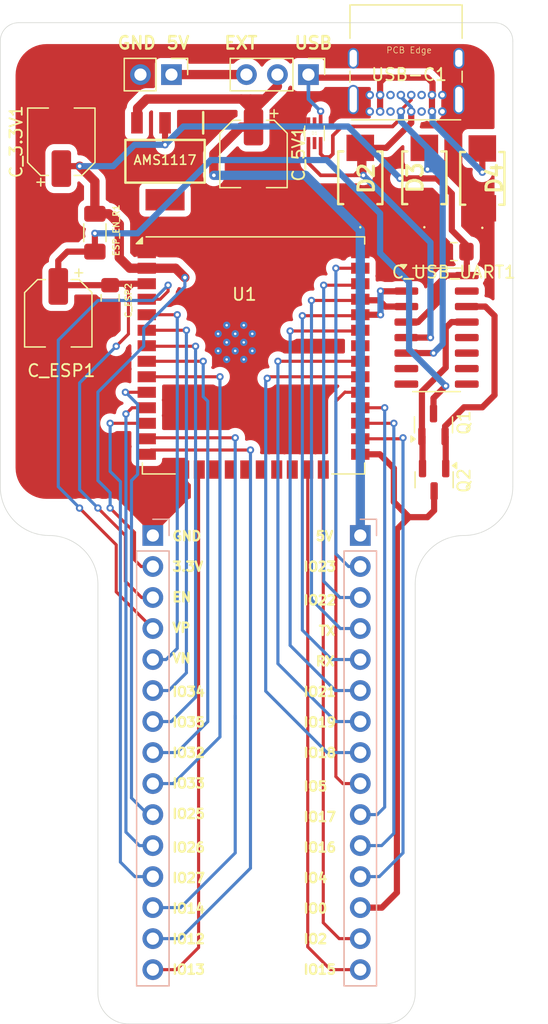
<source format=kicad_pcb>
(kicad_pcb (version 20241228) (generator "pcbnew") (generator_version "9.0")
  (layers (0 "F.Cu" signal) (2 "B.Cu" signal) (13 "F.Paste" user) (15 "B.Paste" user) (5 "F.SilkS" user "F.Silkscreen") (7 "B.SilkS" user "B.Silkscreen") (1 "F.Mask" user) (3 "B.Mask" user) (25 "Edge.Cuts" user))
  (net 0 "")
  (net 1 "ESP32_EN")
  (net 2 "GND")
  (net 3 "+3V3")
  (net 4 "+5V")
  (net 5 "VBUS")
  (net 6 "pin4")
  (net 7 "pin10")
  (net 8 "pin7")
  (net 9 "pin5")
  (net 10 "pin6")
  (net 11 "pin13")
  (net 12 "pin8")
  (net 13 "pin9")
  (net 14 "pin12")
  (net 15 "pin14")
  (net 16 "pin16")
  (net 17 "pin11")
  (net 18 "pin29")
  (net 19 "pin23")
  (net 20 "ESP_TX")
  (net 21 "pin27")
  (net 22 "pin24")
  (net 23 "pin30")
  (net 24 "pin28")
  (net 25 "pin31")
  (net 26 "pin37")
  (net 27 "pin33")
  (net 28 "pin36")
  (net 29 "pin26")
  (net 30 "ESP_RX")
  (net 31 "VCC")
  (net 32 "Net-(Q1-S)")
  (net 33 "Net-(Q1-G)")
  (net 34 "ESP32_IO0")
  (net 35 "D+")
  (net 36 "D-")
  (footprint "Capacitor_SMD:CP_Elec_5x5.4" (layer "F.Cu") (at 123.5 45.25 90)
    (property "Reference" "C_3.3V1")
    (property "Value" "1uF")
  )
  (footprint "Capacitor_SMD:C_0805_2012Metric_Pad1.18x1.45mm_HandSolder" (layer "F.Cu") (at 127.5 58.0375 -90)
    (property "Reference" "C_ESP2")
    (property "Value" "100nF")
  )
  (footprint "bulme_footprints:TPSMB1805CA" (layer "F.Cu") (at 153.25 48.2 90)
    (property "Reference" "D3")
    (property "Value" "TPSMB1805CA" (hide yes))
  )
  (footprint "bulme_footprints:TPSMB1805CA" (layer "F.Cu") (at 148 48.2 90)
    (property "Reference" "D2")
    (property "Value" "TPSMB1805CA" (hide yes))
  )
  (footprint "Connector_USB:USB_C_Receptacle_GCT_USB4085" (layer "F.Cu") (at 154.725 42.775 180)
    (property "Reference" "USB-C1")
    (property "Value" "USB_C_Receptacle_USB2.0_16P")
  )
  (footprint "RF_Module:ESP32-WROOM-32UE" (layer "F.Cu") (at 139.25 62.75)
    (property "Reference" "U1")
    (property "Value" "ESP32-WROOM-32UE")
  )
  (footprint "bulme_footprints:ESDAULC63BP6" (layer "F.Cu") (at 144.25 44.555)
    (property "Reference" "D1")
    (property "Value" "ESDAULC6-3BP6" (hide yes))
  )
  (footprint "Package_SO:SOIC-16_3.9x9.9mm_P1.27mm" (layer "F.Cu") (at 154.25 60.655)
    (property "Reference" "U2" (hide yes))
    (property "Value" "CH340C")
  )
  (footprint "bulme_footprints:TPSMB1805CA" (layer "F.Cu") (at 158 48.25 90)
    (property "Reference" "D4")
    (property "Value" "TPSMB1805CA" (hide yes))
  )
  (footprint "Package_TO_SOT_SMD:SOT-23" (layer "F.Cu") (at 154.05 72.9375 -90)
    (property "Reference" "Q2")
    (property "Value" "BSS138")
  )
  (footprint "Package_TO_SOT_SMD:SOT-23" (layer "F.Cu") (at 154 68.4375 90)
    (property "Reference" "Q1")
    (property "Value" "BSS138")
  )
  (footprint "Capacitor_SMD:CP_Elec_5x5.4" (layer "F.Cu") (at 123.25 59.3 -90)
    (property "Reference" "C_ESP1")
    (property "Value" "22uF")
  )
  (footprint "Connector_PinHeader_2.54mm:PinHeader_1x02_P2.54mm_Vertical" (layer "F.Cu") (at 132.525 39.75 -90)
    (property "Reference" "J1" (hide yes))
    (property "Value" "Conn_01x02_Pin")
  )
  (footprint "Connector_PinHeader_2.54mm:PinHeader_1x03_P2.54mm_Vertical" (layer "F.Cu") (at 143.75 39.75 -90)
    (property "Reference" "J3" (hide yes))
    (property "Value" "Conn_01x03_Pin")
  )
  (footprint "bulme_footprints:SOT230P700X180-4N" (layer "F.Cu") (at 132 46.85 -90)
    (property "Reference" "AMS1117")
    (property "Value" "AMS1117-3.3" (hide yes))
  )
  (footprint "Capacitor_SMD:C_0805_2012Metric_Pad1.18x1.45mm_HandSolder" (layer "F.Cu") (at 155.6625 54.25 180)
    (property "Reference" "C_USB_UART1")
    (property "Value" "100nF")
  )
  (footprint "Resistor_SMD:R_1206_3216Metric_Pad1.30x1.75mm_HandSolder" (layer "F.Cu") (at 126.25 52.7 -90)
    (property "Reference" "ESP_EN_R1")
    (property "Value" "10k")
  )
  (footprint "Capacitor_SMD:CP_Elec_5x5.4" (layer "F.Cu") (at 139.25 46.25 -90)
    (property "Reference" "C_5V1")
    (property "Value" "1uF")
  )
  (footprint "Connector_PinHeader_2.54mm:PinHeader_1x15_P2.54mm_Vertical" (layer "B.Cu") (at 148 77.5 180)
    (property "Reference" "esp_right1" (hide yes))
    (property "Value" "Conn_01x15_Pin")
  )
  (footprint "Connector_PinHeader_2.54mm:PinHeader_1x15_P2.54mm_Vertical" (layer "B.Cu") (at 131 77.5 180)
    (property "Reference" "esp_left1" (hide yes))
    (property "Value" "Conn_01x15_Pin")
  )
  (gr_line (start 160.5 73.5) (end 160.5 37) (stroke (width 0.05)) (layer "Edge.Cuts"))
  (gr_arc (start 159 35.5) (mid 160.06066 35.93934) (end 160.5 37) (stroke (width 0.05)) (layer "Edge.Cuts"))
  (gr_line (start 126.5 81.5) (end 126.5 114) (stroke (width 0.05)) (layer "Edge.Cuts"))
  (gr_arc (start 118.5 37) (mid 118.93934 35.93934) (end 120 35.5) (stroke (width 0.05)) (layer "Edge.Cuts"))
  (gr_arc (start 160.5 73.5) (mid 159.328427 76.328427) (end 156.5 77.5) (stroke (width 0.05)) (layer "Edge.Cuts"))
  (gr_arc (start 129 117.5) (mid 127.232233 116.767767) (end 126.5 115) (stroke (width 0.05)) (layer "Edge.Cuts"))
  (gr_arc (start 152.5 115) (mid 151.767767 116.767767) (end 150 117.5) (stroke (width 0.05)) (layer "Edge.Cuts"))
  (gr_arc (start 152.5 81.5) (mid 153.671573 78.671573) (end 156.5 77.5) (stroke (width 0.05)) (layer "Edge.Cuts"))
  (gr_line (start 129 117.5) (end 150 117.5) (stroke (width 0.05)) (layer "Edge.Cuts"))
  (gr_arc (start 122.5 77.5) (mid 125.328427 78.671573) (end 126.5 81.5) (stroke (width 0.05)) (layer "Edge.Cuts"))
  (gr_line (start 118.5 37) (end 118.5 73.5) (stroke (width 0.05)) (layer "Edge.Cuts"))
  (gr_arc (start 122.5 77.5) (mid 119.671573 76.328427) (end 118.5 73.5) (stroke (width 0.05)) (layer "Edge.Cuts"))
  (gr_line (start 126.5 115) (end 126.5 114) (stroke (width 0.05)) (layer "Edge.Cuts"))
  (gr_line (start 120 35.5) (end 159 35.5) (stroke (width 0.05)) (layer "Edge.Cuts"))
  (gr_line (start 152.5 81.5) (end 152.5 115) (stroke (width 0.05)) (layer "Edge.Cuts"))
  (gr_text "IO22" (at 143.25 83.25 0) (layer "F.SilkS") (effects (font (size 0.762 0.762) (thickness 0.1905) (bold yes)) (justify left bottom)))
  (gr_text "USB" (at 142.5 37.75 0) (layer "F.SilkS") (effects (font (size 1.016 1.016) (thickness 0.2032) (bold yes)) (justify left bottom)))
  (gr_text "5V\n" (at 144.25 78 0) (layer "F.SilkS") (effects (font (size 0.762 0.762) (thickness 0.1905) (bold yes)) (justify left bottom)))
  (gr_text "EXT" (at 136.75 37.75 0) (layer "F.SilkS") (effects (font (size 1.016 1.016) (thickness 0.2032) (bold yes)) (justify left bottom)))
  (gr_text "IO5" (at 143.25 98.5 0) (layer "F.SilkS") (effects (font (size 0.762 0.762) (thickness 0.1905) (bold yes)) (justify left bottom)))
  (gr_text "IO25" (at 132.5 100.75 0) (layer "F.SilkS") (effects (font (size 0.762 0.762) (thickness 0.1905) (bold yes)) (justify left bottom)))
  (gr_text "IO26" (at 132.5 103.5 0) (layer "F.SilkS") (effects (font (size 0.762 0.762) (thickness 0.1905) (bold yes)) (justify left bottom)))
  (gr_text "5V\n" (at 132 37.75 0) (layer "F.SilkS") (effects (font (size 1.016 1.016) (thickness 0.2032) (bold yes)) (justify left bottom)))
  (gr_text "IO34" (at 132.5 90.75 0) (layer "F.SilkS") (effects (font (size 0.762 0.762) (thickness 0.1905) (bold yes)) (justify left bottom)))
  (gr_text "IO4" (at 143.25 106 0) (layer "F.SilkS") (effects (font (size 0.762 0.762) (thickness 0.1905) (bold yes)) (justify left bottom)))
  (gr_text "GND" (at 132.5 78 0) (layer "F.SilkS") (effects (font (size 0.762 0.762) (thickness 0.1905) (bold yes)) (justify left bottom)))
  (gr_text "VN" (at 132.5 88 0) (layer "F.SilkS") (effects (font (size 0.762 0.762) (thickness 0.1905) (bold yes)) (justify left bottom)))
  (gr_text "TX\n" (at 144.5 85.75 0) (layer "F.SilkS") (effects (font (size 0.762 0.762) (thickness 0.1905) (bold yes)) (justify left bottom)))
  (gr_text "IO23" (at 143.25 80.5 0) (layer "F.SilkS") (effects (font (size 0.762 0.762) (thickness 0.1905) (bold yes)) (justify left bottom)))
  (gr_text "IO0" (at 143.25 108.5 0) (layer "F.SilkS") (effects (font (size 0.762 0.762) (thickness 0.1905) (bold yes)) (justify left bottom)))
  (gr_text "IO2" (at 143.25 111 0) (layer "F.SilkS") (effects (font (size 0.762 0.762) (thickness 0.1905) (bold yes)) (justify left bottom)))
  (gr_text "IO27\n" (at 132.5 106 0) (layer "F.SilkS") (effects (font (size 0.762 0.762) (thickness 0.1905) (bold yes)) (justify left bottom)))
  (gr_text "IO15" (at 143.25 113.5 0) (layer "F.SilkS") (effects (font (size 0.762 0.762) (thickness 0.1905) (bold yes)) (justify left bottom)))
  (gr_text "IO16" (at 143.25 103.5 0) (layer "F.SilkS") (effects (font (size 0.762 0.762) (thickness 0.1905) (bold yes)) (justify left bottom)))
  (gr_text "IO21" (at 143.25 90.75 0) (layer "F.SilkS") (effects (font (size 0.762 0.762) (thickness 0.1905) (bold yes)) (justify left bottom)))
  (gr_text "IO14" (at 132.5 108.5 0) (layer "F.SilkS") (effects (font (size 0.762 0.762) (thickness 0.1905) (bold yes)) (justify left bottom)))
  (gr_text "3.3V\n" (at 132.5 80.5 0) (layer "F.SilkS") (effects (font (size 0.762 0.762) (thickness 0.1905) (bold yes)) (justify left bottom)))
  (gr_text "GND\n" (at 128 37.75 0) (layer "F.SilkS") (effects (font (size 1.016 1.016) (thickness 0.2032) (bold yes)) (justify left bottom)))
  (gr_text "IO18" (at 143.25 95.75 0) (layer "F.SilkS") (effects (font (size 0.762 0.762) (thickness 0.1905) (bold yes)) (justify left bottom)))
  (gr_text "IO33" (at 132.5 98.25 0) (layer "F.SilkS") (effects (font (size 0.762 0.762) (thickness 0.1905) (bold yes)) (justify left bottom)))
  (gr_text "EN\n" (at 132.5 83 0) (layer "F.SilkS") (effects (font (size 0.762 0.762) (thickness 0.1905) (bold yes)) (justify left bottom)))
  (gr_text "VP" (at 132.5 85.5 0) (layer "F.SilkS") (effects (font (size 0.762 0.762) (thickness 0.1905) (bold yes)) (justify left bottom)))
  (gr_text "IO12" (at 132.5 111 0) (layer "F.SilkS") (effects (font (size 0.762 0.762) (thickness 0.1905) (bold yes)) (justify left bottom)))
  (gr_text "IO13" (at 132.5 113.5 0) (layer "F.SilkS") (effects (font (size 0.762 0.762) (thickness 0.1905) (bold yes)) (justify left bottom)))
  (gr_text "RX" (at 144.25 88.25 0) (layer "F.SilkS") (effects (font (size 0.762 0.762) (thickness 0.1905) (bold yes)) (justify left bottom)))
  (gr_text "IO32" (at 132.5 95.75 0) (layer "F.SilkS") (effects (font (size 0.762 0.762) (thickness 0.1905) (bold yes)) (justify left bottom)))
  (gr_text "IO19" (at 143.25 93.25 0) (layer "F.SilkS") (effects (font (size 0.762 0.762) (thickness 0.1905) (bold yes)) (justify left bottom)))
  (gr_text "IO17" (at 143.25 101 0) (layer "F.SilkS") (effects (font (size 0.762 0.762) (thickness 0.1905) (bold yes)) (justify left bottom)))
  (gr_text "IO35\n" (at 132.5 93.25 0) (layer "F.SilkS") (effects (font (size 0.762 0.762) (thickness 0.1905) (bold yes)) (justify left bottom)))
  (segment (start 128 62) (end 129 61) (width 0.254) (layer "F.Cu") (net 1))
  (segment (start 127.62 56.88) (end 127.5 57) (width 0.508) (layer "F.Cu") (net 1))
  (segment (start 129 61) (end 129 57.5) (width 0.254) (layer "F.Cu") (net 1))
  (segment (start 129 57.38) (end 128.5 56.88) (width 0.254) (layer "F.Cu") (net 1))
  (segment (start 129.5 56.88) (end 129 56.88) (width 0.508) (layer "F.Cu") (net 1))
  (segment (start 129 57.38) (end 129.5 56.88) (width 0.254) (layer "F.Cu") (net 1))
  (segment (start 123.25 55) (end 124 54.25) (width 0.508) (layer "F.Cu") (net 1))
  (segment (start 129 56.88) (end 128.5 56.88) (width 0.508) (layer "F.Cu") (net 1))
  (segment (start 154 66.25) (end 155 65.25) (width 0.508) (layer "F.Cu") (net 1))
  (segment (start 129 57.5) (end 129 57.38) (width 0.254) (layer "F.Cu") (net 1))
  (segment (start 123.25 57.05) (end 123.25 55) (width 0.508) (layer "F.Cu") (net 1))
  (segment (start 128.5 56.88) (end 127.62 56.88) (width 0.508) (layer "F.Cu") (net 1))
  (segment (start 129 57.5) (end 129 56.88) (width 0.254) (layer "F.Cu") (net 1))
  (segment (start 128.75 77.5) (end 128.75 81.25) (width 0.254) (layer "F.Cu") (net 1))
  (segment (start 130.08 82.58) (end 131 82.58) (width 0.254) (layer "F.Cu") (net 1))
  (segment (start 126.25 54.25) (end 126.25 52.75) (width 0.508) (layer "F.Cu") (net 1))
  (segment (start 154 67.5) (end 154 66.25) (width 0.508) (layer "F.Cu") (net 1))
  (segment (start 123.25 57.05) (end 123.3 57) (width 0.508) (layer "F.Cu") (net 1))
  (segment (start 123.3 57) (end 123.75 56.55) (width 0.508) (layer "F.Cu") (net 1))
  (segment (start 128.75 81.25) (end 130.08 82.58) (width 0.254) (layer "F.Cu") (net 1))
  (segment (start 130.5 56.88) (end 129.5 56.88) (width 0.508) (layer "F.Cu") (net 1))
  (segment (start 126.5 75.25) (end 128.75 77.5) (width 0.254) (layer "F.Cu") (net 1))
  (segment (start 124 54.25) (end 126.25 54.25) (width 0.508) (layer "F.Cu") (net 1))
  (segment (start 128 57) (end 123.3 57) (width 0.508) (layer "F.Cu") (net 1))
  (via (at 128 62) (size 0.6) (drill 0.3) (layers "F.Cu" "B.Cu") (net 1))
  (via (at 155 65.25) (size 0.6) (drill 0.3) (layers "F.Cu" "B.Cu") (net 1))
  (via (at 126.5 75.25) (size 0.6) (drill 0.3) (layers "F.Cu" "B.Cu") (net 1))
  (via (at 126.25 52.75) (size 0.6) (drill 0.3) (layers "F.Cu" "B.Cu") (net 1))
  (segment (start 152 56.75) (end 149.625 54.375) (width 0.508) (layer "B.Cu") (net 1))
  (segment (start 126.5 75.25) (end 125 73.75) (width 0.254) (layer "B.Cu") (net 1))
  (segment (start 145.25 46.75) (end 135.75 46.75) (width 0.508) (layer "B.Cu") (net 1))
  (segment (start 149.625 51.125) (end 145.25 46.75) (width 0.508) (layer "B.Cu") (net 1))
  (segment (start 135.75 46.75) (end 129.75 52.75) (width 0.508) (layer "B.Cu") (net 1))
  (segment (start 129.75 52.75) (end 126.25 52.75) (width 0.508) (layer "B.Cu") (net 1))
  (segment (start 154.966841 65.216841) (end 152 62.25) (width 0.508) (layer "B.Cu") (net 1))
  (segment (start 125 73.75) (end 125 65) (width 0.254) (layer "B.Cu") (net 1))
  (segment (start 152 62.25) (end 152 56.75) (width 0.508) (layer "B.Cu") (net 1))
  (segment (start 125 65) (end 128 62) (width 0.254) (layer "B.Cu") (net 1))
  (segment (start 155 65.25) (end 154.966841 65.283159) (width 0.508) (layer "B.Cu") (net 1))
  (segment (start 149.625 54.375) (end 149.625 51.125) (width 0.508) (layer "B.Cu") (net 1))
  (segment (start 154.966841 65.283159) (end 154.966841 65.216841) (width 0.508) (layer "B.Cu") (net 1))
  (segment (start 131 77.5) (end 131 76.25) (width 1.7) (layer "F.Cu") (net 2))
  (segment (start 131 76.25) (end 131 74.25) (width 1.7) (layer "F.Cu") (net 2))
  (segment (start 131 76.25) (end 133.25 74) (width 1.7) (layer "F.Cu") (net 2))
  (segment (start 133.535 72.1) (end 133.5 72.135) (width 0.508) (layer "F.Cu") (net 2))
  (segment (start 131 76.25) (end 128.5 73.75) (width 1.7) (layer "F.Cu") (net 2))
  (segment (start 154.255 48.255) (end 153.191268 48.255) (width 0.508) (layer "F.Cu") (net 3))
  (segment (start 151.775 60.02) (end 152.73 60.02) (width 0.508) (layer "F.Cu") (net 3))
  (segment (start 127.4 51.15) (end 128.25 52) (width 0.762) (layer "F.Cu") (net 3))
  (segment (start 152.73 60.02) (end 154.25 58.5) (width 0.508) (layer "F.Cu") (net 3))
  (segment (start 129.5 77.25) (end 129.5 79.5) (width 0.254) (layer "F.Cu") (net 3))
  (segment (start 130.04 80.04) (end 131 80.04) (width 0.254) (layer "F.Cu") (net 3))
  (segment (start 156.725 56.21) (end 156.725 54.275) (width 0.508) (layer "F.Cu") (net 3))
  (segment (start 153.186268 48.25) (end 151.25 48.25) (width 0.508) (layer "F.Cu") (net 3))
  (segment (start 128.25 52) (end 128.25 54.75) (width 0.762) (layer "F.Cu") (net 3))
  (segment (start 156.725 54.275) (end 156.7 54.25) (width 0.508) (layer "F.Cu") (net 3))
  (segment (start 130.5 55.61) (end 132.86 55.61) (width 0.762) (layer "F.Cu") (net 3))
  (segment (start 129.11 55.61) (end 130.5 55.61) (width 0.762) (layer "F.Cu") (net 3))
  (segment (start 127.5 75.25) (end 129.5 77.25) (width 0.254) (layer "F.Cu") (net 3))
  (segment (start 155.04 56.21) (end 156.725 56.21) (width 0.508) (layer "F.Cu") (net 3))
  (segment (start 155.5 49.5) (end 154.255 48.255) (width 0.508) (layer "F.Cu") (net 3))
  (segment (start 123.7 47.25) (end 123.5 47.45) (width 0.508) (layer "F.Cu") (net 3))
  (segment (start 155.5 52.5) (end 155.5 49.5) (width 0.508) (layer "F.Cu") (net 3))
  (segment (start 154.25 58.5) (end 154.25 57) (width 0.508) (layer "F.Cu") (net 3))
  (segment (start 125 47.25) (end 123.7 47.25) (width 0.508) (layer "F.Cu") (net 3))
  (segment (start 126.25 51.15) (end 127.4 51.15) (width 0.762) (layer "F.Cu") (net 3))
  (segment (start 126.25 51.15) (end 126.25 48.5) (width 0.762) (layer "F.Cu") (net 3))
  (segment (start 126.25 48.5) (end 125 47.25) (width 0.762) (layer "F.Cu") (net 3))
  (segment (start 128.25 54.75) (end 129.11 55.61) (width 0.762) (layer "F.Cu") (net 3))
  (segment (start 129.5 79.5) (end 130.04 80.04) (width 0.254) (layer "F.Cu") (net 3))
  (segment (start 155.5 52.5) (end 156.7 53.7) (width 0.508) (layer "F.Cu") (net 3))
  (segment (start 132 45.5) (end 132 43.7) (width 0.508) (layer "F.Cu") (net 3))
  (segment (start 156.7 53.7) (end 156.7 54.25) (width 0.508) (layer "F.Cu") (net 3))
  (segment (start 154.25 57) (end 155.04 56.21) (width 0.508) (layer "F.Cu") (net 3))
  (segment (start 153.191268 48.255) (end 153.186268 48.25) (width 0.508) (layer "F.Cu") (net 3))
  (segment (start 132.86 55.61) (end 133.625 56.375) (width 0.762) (layer "F.Cu") (net 3))
  (via (at 151.25 48.25) (size 0.6) (drill 0.3) (layers "F.Cu" "B.Cu") (net 3))
  (via (at 125 47.25) (size 0.6) (drill 0.3) (layers "F.Cu" "B.Cu") (net 3))
  (via (at 132 45.5) (size 0.6) (drill 0.3) (layers "F.Cu" "B.Cu") (net 3))
  (via (at 133.625 56.375) (size 0.6) (drill 0.3) (layers "F.Cu" "B.Cu") (net 3))
  (via (at 127.5 75.25) (size 0.6) (drill 0.3) (layers "F.Cu" "B.Cu") (net 3))
  (segment (start 126.5 73) (end 127.5 74) (width 0.254) (layer "B.Cu") (net 3))
  (segment (start 127.5 74) (end 127.5 75.25) (width 0.254) (layer "B.Cu") (net 3))
  (segment (start 127.75 47.25) (end 125 47.25) (width 0.508) (layer "B.Cu") (net 3))
  (segment (start 133.5 44) (end 132 45.5) (width 0.508) (layer "B.Cu") (net 3))
  (segment (start 133.625 57.125) (end 130.25 60.5) (width 0.254) (layer "B.Cu") (net 3))
  (segment (start 130.25 60.5) (end 130.25 62) (width 0.254) (layer "B.Cu") (net 3))
  (segment (start 126.5 65.75) (end 126.5 73) (width 0.254) (layer "B.Cu") (net 3))
  (segment (start 151.25 48.25) (end 147 44) (width 0.508) (layer "B.Cu") (net 3))
  (segment (start 130.25 62) (end 126.5 65.75) (width 0.254) (layer "B.Cu") (net 3))
  (segment (start 133.625 56.375) (end 133.625 57.125) (width 0.254) (layer "B.Cu") (net 3))
  (segment (start 129.5 45.5) (end 127.75 47.25) (width 0.508) (layer "B.Cu") (net 3))
  (segment (start 147 44) (end 133.5 44) (width 0.508) (layer "B.Cu") (net 3))
  (segment (start 132 45.5) (end 129.5 45.5) (width 0.508) (layer "B.Cu") (net 3))
  (segment (start 138.25 41.75) (end 139 41.75) (width 0.762) (layer "F.Cu") (net 4))
  (segment (start 139.25 44.05) (end 139.25 42.75) (width 0.762) (layer "F.Cu") (net 4))
  (segment (start 136 48) (end 136 46.25) (width 0.762) (layer "F.Cu") (net 4))
  (segment (start 129.7 43.7) (end 129.75 43.65) (width 0.762) (layer "F.Cu") (net 4))
  (segment (start 139.46 42.21) (end 139 41.75) (width 0.762) (layer "F.Cu") (net 4))
  (segment (start 140.17 41.75) (end 141.21 40.71) (width 0.762) (layer "F.Cu") (net 4))
  (segment (start 129.75 42.5) (end 130.5 41.75) (width 0.762) (layer "F.Cu") (net 4))
  (segment (start 139.25 44.05) (end 139.25 42.67) (width 0.762) (layer "F.Cu") (net 4))
  (segment (start 139 41.75) (end 140.17 41.75) (width 0.762) (layer "F.Cu") (net 4))
  (segment (start 130.5 41.75) (end 138.25 41.75) (width 0.762) (layer "F.Cu") (net 4))
  (segment (start 139.25 42.75) (end 138.25 41.75) (width 0.762) (layer "F.Cu") (net 4))
  (segment (start 136 46.25) (end 138.2 44.05) (width 0.762) (layer "F.Cu") (net 4))
  (segment (start 138.2 44.05) (end 139.25 44.05) (width 0.762) (layer "F.Cu") (net 4))
  (segment (start 139.25 42.67) (end 140.17 41.75) (width 0.762) (layer "F.Cu") (net 4))
  (segment (start 139.25 42.67) (end 139.46 42.46) (width 0.762) (layer "F.Cu") (net 4))
  (segment (start 129.75 43.65) (end 129.75 42.5) (width 0.762) (layer "F.Cu") (net 4))
  (segment (start 139.46 42.46) (end 139.46 42.21) (width 0.762) (layer "F.Cu") (net 4))
  (via (at 136 48) (size 0.6) (drill 0.3) (layers "F.Cu" "B.Cu") (net 4))
  (segment (start 136 48) (end 143.5 48) (width 0.762) (layer "B.Cu") (net 4))
  (segment (start 148 52.5) (end 148 77.5) (width 0.762) (layer "B.Cu") (net 4))
  (segment (start 143.5 48) (end 148 52.5) (width 0.762) (layer "B.Cu") (net 4))
  (segment (start 153.875 41.425) (end 153.875 42.775) (width 0.508) (layer "F.Cu") (net 5))
  (segment (start 153.875 41.425) (end 153.875 41.375) (width 0.508) (layer "F.Cu") (net 5))
  (segment (start 149.625 41.425) (end 149.625 40.375) (width 0.508) (layer "F.Cu") (net 5))
  (segment (start 153.875 41.375) (end 153.92 41.33) (width 0.508) (layer "F.Cu") (net 5))
  (segment (start 158 47.75) (end 158 45.8) (width 0.508) (layer "F.Cu") (net 5))
  (segment (start 144 40) (end 143.75 39.75) (width 0.508) (layer "F.Cu") (net 5))
  (segment (start 149.625 40.375) (end 150 40) (width 0.508) (layer "F.Cu") (net 5))
  (segment (start 153.5 40) (end 150 40) (width 0.508) (layer "F.Cu") (net 5))
  (segment (start 153.92 41.33) (end 153.92 40.42) (width 0.508) (layer "F.Cu") (net 5))
  (segment (start 153.92 40.42) (end 153.5 40) (width 0.508) (layer "F.Cu") (net 5))
  (segment (start 144.75 42.75) (end 144.75 43.75) (width 0.299974) (layer "F.Cu") (net 5))
  (segment (start 149.5 42.9) (end 149.625 42.775) (width 0.254) (layer "F.Cu") (net 5))
  (segment (start 149.625 41.425) (end 149.625 42.775) (width 0.508) (layer "F.Cu") (net 5))
  (segment (start 150 40) (end 144 40) (width 0.508) (layer "F.Cu") (net 5))
  (via (at 158 47.75) (size 0.6) (drill 0.3) (layers "F.Cu" "B.Cu") (net 5))
  (via (at 144.75 42.75) (size 0.6) (drill 0.3) (layers "F.Cu" "B.Cu") (net 5))
  (segment (start 153.92 42.92) (end 153.92 43.67) (width 0.508) (layer "B.Cu") (net 5))
  (segment (start 153.92 43.67) (end 158 47.75) (width 0.508) (layer "B.Cu") (net 5))
  (segment (start 153.875 42.775) (end 153.875 42.875) (width 0.508) (layer "B.Cu") (net 5))
  (segment (start 144.75 42.75) (end 143.75 41.75) (width 0.299974) (layer "B.Cu") (net 5))
  (segment (start 153.875 42.875) (end 153.92 42.92) (width 0.508) (layer "B.Cu") (net 5))
  (segment (start 143.75 41.75) (end 143.75 39.75) (width 0.299974) (layer "B.Cu") (net 5))
  (segment (start 130.5 58.15) (end 131.6 58.15) (width 0.254) (layer "F.Cu") (net 6))
  (segment (start 128 82.12) (end 131 85.12) (width 0.254) (layer "F.Cu") (net 6))
  (segment (start 132.25 57) (end 132.25 57.5) (width 0.254) (layer "F.Cu") (net 6))
  (segment (start 128 78.263712) (end 128 82.12) (width 0.254) (layer "F.Cu") (net 6))
  (segment (start 131.6 58.15) (end 132.25 57.5) (width 0.254) (layer "F.Cu") (net 6))
  (segment (start 124.993144 75.256856) (end 128 78.263712) (width 0.254) (layer "F.Cu") (net 6))
  (via (at 132.25 57) (size 0.6) (drill 0.3) (layers "F.Cu" "B.Cu") (net 6))
  (via (at 124.993144 75.256856) (size 0.6) (drill 0.3) (layers "F.Cu" "B.Cu") (net 6))
  (segment (start 123.25 73.5) (end 123.25 61.5) (width 0.254) (layer "B.Cu") (net 6))
  (segment (start 124.993144 75.243144) (end 123.25 73.5) (width 0.254) (layer "B.Cu") (net 6))
  (segment (start 131 58.25) (end 132.25 57) (width 0.254) (layer "B.Cu") (net 6))
  (segment (start 126.5 58.25) (end 131 58.25) (width 0.254) (layer "B.Cu") (net 6))
  (segment (start 124.993144 75.256856) (end 124.993144 75.243144) (width 0.254) (layer "B.Cu") (net 6))
  (segment (start 123.25 61.5) (end 126.5 58.25) (width 0.254) (layer "B.Cu") (net 6))
  (segment (start 128.75 65.77) (end 130.5 65.77) (width 0.254) (layer "F.Cu") (net 7))
  (via (at 128.75 65.77) (size 0.6) (drill 0.3) (layers "F.Cu" "B.Cu") (net 7))
  (segment (start 129.25 73) (end 129.25 99) (width 0.254) (layer "B.Cu") (net 7))
  (segment (start 129.75 72.5) (end 129.25 73) (width 0.254) (layer "B.Cu") (net 7))
  (segment (start 129.25 99) (end 130.61 100.36) (width 0.254) (layer "B.Cu") (net 7))
  (segment (start 129.75 66.75) (end 129.75 72.5) (width 0.254) (layer "B.Cu") (net 7))
  (segment (start 130.61 100.36) (end 131 100.36) (width 0.254) (layer "B.Cu") (net 7))
  (segment (start 128.75 65.77) (end 128.77 65.77) (width 0.254) (layer "B.Cu") (net 7))
  (segment (start 128.77 65.77) (end 129.75 66.75) (width 0.254) (layer "B.Cu") (net 7))
  (segment (start 134.5 62) (end 130.54 62) (width 0.254) (layer "F.Cu") (net 8))
  (segment (start 130.54 62) (end 130.5 61.96) (width 0.254) (layer "F.Cu") (net 8))
  (via (at 134.5 62) (size 0.6) (drill 0.3) (layers "F.Cu" "B.Cu") (net 8))
  (segment (start 134.5 90.75) (end 132.51 92.74) (width 0.254) (layer "B.Cu") (net 8))
  (segment (start 134.5 62) (end 134.5 90.75) (width 0.254) (layer "B.Cu") (net 8))
  (segment (start 132.51 92.74) (end 131 92.74) (width 0.254) (layer "B.Cu") (net 8))
  (segment (start 130.5 59.42) (end 132.92 59.42) (width 0.254) (layer "F.Cu") (net 9))
  (segment (start 132.92 59.42) (end 133 59.5) (width 0.254) (layer "F.Cu") (net 9))
  (via (at 133 59.42) (size 0.6) (drill 0.3) (layers "F.Cu" "B.Cu") (net 9))
  (segment (start 132.09 87.66) (end 133 86.75) (width 0.254) (layer "B.Cu") (net 9))
  (segment (start 131 87.66) (end 132.09 87.66) (width 0.254) (layer "B.Cu") (net 9))
  (segment (start 133 86.75) (end 133 59.5) (width 0.254) (layer "B.Cu") (net 9))
  (segment (start 133.75 60.69) (end 130.5 60.69) (width 0.254) (layer "F.Cu") (net 10))
  (via (at 133.75 60.69) (size 0.6) (drill 0.3) (layers "F.Cu" "B.Cu") (net 10))
  (segment (start 133.75 60.75) (end 133.75 88.75) (width 0.254) (layer "B.Cu") (net 10))
  (segment (start 132.3 90.2) (end 131 90.2) (width 0.254) (layer "B.Cu") (net 10))
  (segment (start 133.75 88.75) (end 132.3 90.2) (width 0.254) (layer "B.Cu") (net 10))
  (segment (start 130.58 69.5) (end 130.5 69.58) (width 0.254) (layer "F.Cu") (net 11))
  (segment (start 137.75 69.5) (end 130.58 69.5) (width 0.254) (layer "F.Cu") (net 11))
  (via (at 137.75 69.5) (size 0.6) (drill 0.3) (layers "F.Cu" "B.Cu") (net 11))
  (segment (start 137.75 69.5) (end 137.75 92.5) (width 0.254) (layer "B.Cu") (net 11))
  (segment (start 137.75 92.25) (end 137.75 103.5) (width 0.254) (layer "B.Cu") (net 11))
  (segment (start 137.75 103.5) (end 133.27 107.98) (width 0.254) (layer "B.Cu") (net 11))
  (segment (start 133.27 107.98) (end 131 107.98) (width 0.254) (layer "B.Cu") (net 11))
  (segment (start 137.75 92.5) (end 137.75 92.25) (width 0.254) (layer "B.Cu") (net 11))
  (segment (start 130.5 63.23) (end 135.127 63.23) (width 0.254) (layer "F.Cu") (net 12))
  (via (at 135.127 63.23) (size 0.6) (drill 0.3) (layers "F.Cu" "B.Cu") (net 12))
  (segment (start 135.5 66.5) (end 135.5 92.75) (width 0.254) (layer "B.Cu") (net 12))
  (segment (start 135.127 66.127) (end 135.5 66.5) (width 0.254) (layer "B.Cu") (net 12))
  (segment (start 135.5 92.75) (end 132.97 95.28) (width 0.254) (layer "B.Cu") (net 12))
  (segment (start 132.97 95.28) (end 131 95.28) (width 0.254) (layer "B.Cu") (net 12))
  (segment (start 135.127 63.23) (end 135.127 66.127) (width 0.254) (layer "B.Cu") (net 12))
  (segment (start 136.5 64.5) (end 130.5 64.5) (width 0.254) (layer "F.Cu") (net 13))
  (via (at 136.5 64.5) (size 0.6) (drill 0.3) (layers "F.Cu" "B.Cu") (net 13))
  (segment (start 132.68 97.82) (end 131 97.82) (width 0.254) (layer "B.Cu") (net 13))
  (segment (start 136.5 94) (end 132.68 97.82) (width 0.254) (layer "B.Cu") (net 13))
  (segment (start 136.5 64.5) (end 136.5 94) (width 0.254) (layer "B.Cu") (net 13))
  (segment (start 130.5 68.31) (end 127.5 68.31) (width 0.254) (layer "F.Cu") (net 14))
  (via (at 127.5 68.31) (size 0.6) (drill 0.3) (layers "F.Cu" "B.Cu") (net 14))
  (segment (start 128.34 104.25) (end 128.34 73.09) (width 0.254) (layer "B.Cu") (net 14))
  (segment (start 129.53 105.44) (end 128.34 104.25) (width 0.254) (layer "B.Cu") (net 14))
  (segment (start 127.5 72.25) (end 127.5 68.5) (width 0.254) (layer "B.Cu") (net 14))
  (segment (start 130.81 105.25) (end 131 105.44) (width 0.254) (layer "B.Cu") (net 14))
  (segment (start 128.34 73.09) (end 127.5 72.25) (width 0.254) (layer "B.Cu") (net 14))
  (segment (start 131 105.44) (end 129.53 105.44) (width 0.254) (layer "B.Cu") (net 14))
  (segment (start 130.85 70.5) (end 130.5 70.85) (width 0.254) (layer "F.Cu") (net 15))
  (segment (start 139 70.5) (end 130.85 70.5) (width 0.254) (layer "F.Cu") (net 15))
  (segment (start 130.35 71) (end 130.5 70.85) (width 0.254) (layer "F.Cu") (net 15))
  (via (at 139 70.5) (size 0.6) (drill 0.3) (layers "F.Cu" "B.Cu") (net 15))
  (segment (start 131 110.52) (end 133.23 110.52) (width 0.254) (layer "B.Cu") (net 15))
  (segment (start 133.23 110.52) (end 139 104.75) (width 0.254) (layer "B.Cu") (net 15))
  (segment (start 139 104.75) (end 139 70.5) (width 0.254) (layer "B.Cu") (net 15))
  (segment (start 131 113.06) (end 132.94 113.06) (width 0.254) (layer "F.Cu") (net 16))
  (segment (start 132.94 113.06) (end 134.75 111.25) (width 0.254) (layer "F.Cu") (net 16))
  (segment (start 134.75 111.25) (end 134.75 72.155) (width 0.254) (layer "F.Cu") (net 16))
  (segment (start 134.75 72.155) (end 134.805 72.1) (width 0.254) (layer "F.Cu") (net 16))
  (segment (start 129.3 67.04) (end 130.5 67.04) (width 0.254) (layer "F.Cu") (net 17))
  (segment (start 128.795 67.545) (end 129.3 67.04) (width 0.254) (layer "F.Cu") (net 17))
  (via (at 128.795 67.545) (size 0.6) (drill 0.3) (layers "F.Cu" "B.Cu") (net 17))
  (segment (start 129.9 102.9) (end 131 102.9) (width 0.254) (layer "B.Cu") (net 17))
  (segment (start 128.795 67.545) (end 128.795 101.795) (width 0.254) (layer "B.Cu") (net 17))
  (segment (start 128.795 101.795) (end 129.9 102.9) (width 0.254) (layer "B.Cu") (net 17))
  (segment (start 146.57 97.82) (end 146 97.25) (width 0.254) (layer "F.Cu") (net 18))
  (segment (start 148 97.82) (end 146.57 97.82) (width 0.254) (layer "F.Cu") (net 18))
  (segment (start 146.77 65.77) (end 148 65.77) (width 0.254) (layer "F.Cu") (net 18))
  (segment (start 146 97.25) (end 146 66.5) (width 0.254) (layer "F.Cu") (net 18))
  (segment (start 146.75 65.75) (end 146.77 65.77) (width 0.254) (layer "F.Cu") (net 18))
  (segment (start 146 66.5) (end 146.75 65.75) (width 0.254) (layer "F.Cu") (net 18))
  (segment (start 143.695 72.1) (end 143.695 111.195) (width 0.254) (layer "F.Cu") (net 19))
  (segment (start 143.695 111.195) (end 145.56 113.06) (width 0.254) (layer "F.Cu") (net 19))
  (segment (start 145.56 113.06) (end 148 113.06) (width 0.254) (layer "F.Cu") (net 19))
  (segment (start 148.085 58.235) (end 148 58.15) (width 0.508) (layer "F.Cu") (net 20))
  (segment (start 150.054532 58.75) (end 149.539532 58.235) (width 0.508) (layer "F.Cu") (net 20))
  (segment (start 144 58.25) (end 147.9 58.25) (width 0.254) (layer "F.Cu") (net 20))
  (segment (start 148.195 58.345) (end 148 58.15) (width 0.508) (layer "F.Cu") (net 20))
  (segment (start 151.775 58.75) (end 150.054532 58.75) (width 0.508) (layer "F.Cu") (net 20))
  (segment (start 147.9 58.25) (end 148 58.15) (width 0.254) (layer "F.Cu") (net 20))
  (segment (start 149.539532 58.235) (end 148.085 58.235) (width 0.508) (layer "F.Cu") (net 20))
  (via (at 144 58.25) (size 0.6) (drill 0.3) (layers "F.Cu" "B.Cu") (net 20))
  (segment (start 146.37 85.12) (end 144 82.75) (width 0.254) (layer "B.Cu") (net 20))
  (segment (start 144 82.75) (end 144 58.25) (width 0.254) (layer "B.Cu") (net 20))
  (segment (start 148 85.12) (end 146.37 85.12) (width 0.254) (layer "B.Cu") (net 20))
  (segment (start 150.75 68.31) (end 148 68.31) (width 0.254) (layer "F.Cu") (net 21))
  (via (at 150.75 68.31) (size 0.6) (drill 0.3) (layers "F.Cu" "B.Cu") (net 21))
  (segment (start 150.75 68.433) (end 150.75 101.9) (width 0.254) (layer "B.Cu") (net 21))
  (segment (start 150.627 68.31) (end 150.75 68.433) (width 0.254) (layer "B.Cu") (net 21))
  (segment (start 149.75 102.9) (end 148 102.9) (width 0.254) (layer "B.Cu") (net 21))
  (segment (start 150.75 68.31) (end 150.627 68.31) (width 0.254) (layer "B.Cu") (net 21))
  (segment (start 150.75 101.9) (end 149.75 102.9) (width 0.254) (layer "B.Cu") (net 21))
  (segment (start 144.965 109.215) (end 144.965 72.1) (width 0.254) (layer "F.Cu") (net 22))
  (segment (start 146.27 110.52) (end 144.965 109.215) (width 0.254) (layer "F.Cu") (net 22))
  (segment (start 148 110.52) (end 146.27 110.52) (width 0.254) (layer "F.Cu") (net 22))
  (segment (start 140.5 64.5) (end 148 64.5) (width 0.254) (layer "F.Cu") (net 23))
  (segment (start 140.375 64.625) (end 140.5 64.5) (width 0.254) (layer "F.Cu") (net 23))
  (via (at 140.375 64.625) (size 0.6) (drill 0.3) (layers "F.Cu" "B.Cu") (net 23))
  (segment (start 145.28 95.28) (end 148 95.28) (width 0.254) (layer "B.Cu") (net 23))
  (segment (start 140.25 90.25) (end 145.28 95.28) (width 0.254) (layer "B.Cu") (net 23))
  (segment (start 140.375 64.625) (end 140.25 64.75) (width 0.254) (layer "B.Cu") (net 23))
  (segment (start 140.25 64.75) (end 140.25 90.25) (width 0.254) (layer "B.Cu") (net 23))
  (segment (start 148 67.04) (end 150 67.04) (width 0.254) (layer "F.Cu") (net 24))
  (via (at 150 67.04) (size 0.6) (drill 0.3) (layers "F.Cu" "B.Cu") (net 24))
  (segment (start 148 100.36) (end 149.39 100.36) (width 0.254) (layer "B.Cu") (net 24))
  (segment (start 149.39 100.36) (end 150 99.75) (width 0.254) (layer "B.Cu") (net 24))
  (segment (start 150 99.75) (end 150 67.25) (width 0.254) (layer "B.Cu") (net 24))
  (segment (start 148 63.23) (end 141.25 63.23) (width 0.254) (layer "F.Cu") (net 25))
  (via (at 141.25 63.23) (size 0.6) (drill 0.3) (layers "F.Cu" "B.Cu") (net 25))
  (segment (start 145.99 92.74) (end 141.25 88) (width 0.254) (layer "B.Cu") (net 25))
  (segment (start 148 92.74) (end 145.99 92.74) (width 0.254) (layer "B.Cu") (net 25))
  (segment (start 141.25 88) (end 141.25 63.23) (width 0.254) (layer "B.Cu") (net 25))
  (segment (start 148 55.61) (end 146 55.61) (width 0.254) (layer "F.Cu") (net 26))
  (via (at 146 55.61) (size 0.6) (drill 0.3) (layers "F.Cu" "B.Cu") (net 26))
  (segment (start 146 79) (end 146 55.61) (width 0.254) (layer "B.Cu") (net 26))
  (segment (start 148 80.04) (end 147.04 80.04) (width 0.254) (layer "B.Cu") (net 26))
  (segment (start 147.04 80.04) (end 146 79) (width 0.254) (layer "B.Cu") (net 26))
  (segment (start 142.25 60.75) (end 147.94 60.75) (width 0.254) (layer "F.Cu") (net 27))
  (segment (start 147.94 60.75) (end 148 60.69) (width 0.254) (layer "F.Cu") (net 27))
  (via (at 142.25 60.75) (size 0.6) (drill 0.3) (layers "F.Cu" "B.Cu") (net 27))
  (segment (start 142.25 86.5) (end 145.95 90.2) (width 0.254) (layer "B.Cu") (net 27))
  (segment (start 142.25 63.632127) (end 142.25 60.75) (width 0.254) (layer "B.Cu") (net 27))
  (segment (start 145.95 90.2) (end 148 90.2) (width 0.254) (layer "B.Cu") (net 27))
  (segment (start 142.25 63.632127) (end 142.25 86.5) (width 0.254) (layer "B.Cu") (net 27))
  (segment (start 145 57) (end 147.88 57) (width 0.254) (layer "F.Cu") (net 28))
  (segment (start 147.88 57) (end 148 56.88) (width 0.254) (layer "F.Cu") (net 28))
  (via (at 145 57) (size 0.6) (drill 0.3) (layers "F.Cu" "B.Cu") (net 28))
  (segment (start 146.33 82.58) (end 148 82.58) (width 0.254) (layer "B.Cu") (net 28))
  (segment (start 145 81.25) (end 146.33 82.58) (width 0.254) (layer "B.Cu") (net 28))
  (segment (start 145 57) (end 145 81.25) (width 0.254) (layer "B.Cu") (net 28))
  (segment (start 151.5 69.5) (end 151.42 69.58) (width 0.254) (layer "F.Cu") (net 29))
  (segment (start 151.42 69.58) (end 148 69.58) (width 0.254) (layer "F.Cu") (net 29))
  (via (at 151.5 69.5) (size 0.6) (drill 0.3) (layers "F.Cu" "B.Cu") (net 29))
  (segment (start 151.5 103.5) (end 149.56 105.44) (width 0.254) (layer "B.Cu") (net 29))
  (segment (start 151.5 69.5) (end 151.5 103.5) (width 0.254) (layer "B.Cu") (net 29))
  (segment (start 149.56 105.44) (end 148 105.44) (width 0.254) (layer "B.Cu") (net 29))
  (segment (start 149.67 59.42) (end 148 59.42) (width 0.508) (layer "F.Cu") (net 30))
  (segment (start 151.755 57.5) (end 151.775 57.48) (width 0.508) (layer "F.Cu") (net 30))
  (segment (start 143.25 59.5) (end 147.92 59.5) (width 0.254) (layer "F.Cu") (net 30))
  (segment (start 149.6568 57.5) (end 151.755 57.5) (width 0.508) (layer "F.Cu") (net 30))
  (segment (start 147.92 59.5) (end 148 59.42) (width 0.254) (layer "F.Cu") (net 30))
  (via (at 149.6568 59.42) (size 0.6) (drill 0.3) (layers "F.Cu" "B.Cu") (net 30))
  (via (at 149.6568 57.48) (size 0.6) (drill 0.3) (layers "F.Cu" "B.Cu") (net 30))
  (via (at 143.25 59.5) (size 0.6) (drill 0.3) (layers "F.Cu" "B.Cu") (net 30))
  (segment (start 148 87.66) (end 145.66 87.66) (width 0.254) (layer "B.Cu") (net 30))
  (segment (start 149.6568 59.42) (end 149.6568 57.5) (width 0.508) (layer "B.Cu") (net 30))
  (segment (start 143.25 85.25) (end 143.25 59.5) (width 0.254) (layer "B.Cu") (net 30))
  (segment (start 145.66 87.66) (end 143.25 85.25) (width 0.254) (layer "B.Cu") (net 30))
  (segment (start 138.67 39.75) (end 132.525 39.75) (width 0.762) (layer "F.Cu") (net 31))
  (segment (start 155 72) (end 155 69.425) (width 0.508) (layer "F.Cu") (net 32))
  (segment (start 159 66) (end 159 59.5) (width 0.508) (layer "F.Cu") (net 32))
  (segment (start 158.25 58.75) (end 159 59.5) (width 0.508) (layer "F.Cu") (net 32))
  (segment (start 156.5 67) (end 158 67) (width 0.508) (layer "F.Cu") (net 32))
  (segment (start 155 69.425) (end 154.95 69.375) (width 0.508) (layer "F.Cu") (net 32))
  (segment (start 154.95 68.55) (end 156.5 67) (width 0.508) (layer "F.Cu") (net 32))
  (segment (start 158 67) (end 159 66) (width 0.508) (layer "F.Cu") (net 32))
  (segment (start 154.95 69.375) (end 154.95 68.55) (width 0.508) (layer "F.Cu") (net 32))
  (segment (start 156.725 58.75) (end 158.25 58.75) (width 0.508) (layer "F.Cu") (net 32))
  (segment (start 153.1 69.425) (end 153.05 69.375) (width 0.508) (layer "F.Cu") (net 33))
  (segment (start 156.725 60.02) (end 155.48 60.02) (width 0.508) (layer "F.Cu") (net 33))
  (segment (start 155.48 60.02) (end 155 60.5) (width 0.508) (layer "F.Cu") (net 33))
  (segment (start 153.05 69.375) (end 153.05 65.7) (width 0.508) (layer "F.Cu") (net 33))
  (segment (start 155 63.75) (end 155 60.5) (width 0.508) (layer "F.Cu") (net 33))
  (segment (start 153.1 72) (end 153.1 69.425) (width 0.508) (layer "F.Cu") (net 33))
  (segment (start 153.05 65.7) (end 155 63.75) (width 0.508) (layer "F.Cu") (net 33))
  (segment (start 152 76) (end 151.375 75.375) (width 0.508) (layer "F.Cu") (net 34))
  (segment (start 151.5 76.5) (end 151.625 76.375) (width 0.508) (layer "F.Cu") (net 34))
  (segment (start 151.625 75.625) (end 151.375 75.375) (width 0.508) (layer "F.Cu") (net 34))
  (segment (start 152 76) (end 151.5 76.5) (width 0.508) (layer "F.Cu") (net 34))
  (segment (start 151 77) (end 151.5 76.5) (width 0.508) (layer "F.Cu") (net 34))
  (segment (start 150.75 74.75) (end 150.75 72) (width 0.508) (layer "F.Cu") (net 34))
  (segment (start 148 107.98) (end 149.77 107.98) (width 0.508) (layer "F.Cu") (net 34))
  (segment (start 151.625 76.375) (end 151.625 75.625) (width 0.508) (layer "F.Cu") (net 34))
  (segment (start 154.05 73.875) (end 154.05 75.45) (width 0.508) (layer "F.Cu") (net 34))
  (segment (start 153.5 76) (end 152 76) (width 0.508) (layer "F.Cu") (net 34))
  (segment (start 154.05 75.45) (end 153.5 76) (width 0.508) (layer "F.Cu") (net 34))
  (segment (start 149.77 107.98) (end 151 106.75) (width 0.508) (layer "F.Cu") (net 34))
  (segment (start 151 106.75) (end 151 77) (width 0.508) (layer "F.Cu") (net 34))
  (segment (start 150.75 72) (end 149.6 70.85) (width 0.508) (layer "F.Cu") (net 34))
  (segment (start 151.375 75.375) (end 150.75 74.75) (width 0.508) (layer "F.Cu") (net 34))
  (segment (start 149.6 70.85) (end 148 70.85) (width 0.508) (layer "F.Cu") (net 34))
  (segment (start 148.25 46) (end 148.25 48) (width 0.508) (layer "F.Cu") (net 35))
  (segment (start 144.75 48) (end 147.25 48) (width 0.299974) (layer "F.Cu") (net 35))
  (segment (start 143.75 45.36) (end 143.75 47) (width 0.299974) (layer "F.Cu") (net 35))
  (segment (start 148 45.75) (end 148.25 46) (width 0.508) (layer "F.Cu") (net 35))
  (segment (start 148 47.75) (end 148.25 48) (width 0.508) (layer "F.Cu") (net 35))
  (segment (start 143.75 47) (end 144.75 48) (width 0.299974) (layer "F.Cu") (net 35))
  (segment (start 150.125 45.75) (end 152.175 43.7) (width 0.508) (layer "F.Cu") (net 35))
  (segment (start 148 47.5) (end 148 47.75) (width 0.508) (layer "F.Cu") (net 35))
  (segment (start 152.175 43.7) (end 152.175 42.775) (width 0.508) (layer "F.Cu") (net 35))
  (segment (start 148 45.75) (end 150.125 45.75) (width 0.508) (layer "F.Cu") (net 35))
  (segment (start 148 45.75) (end 148 47.5) (width 0.508) (layer "F.Cu") (net 35))
  (segment (start 147.5 48) (end 148.25 48) (width 0.299974) (layer "F.Cu") (net 35))
  (segment (start 151.775 61.29) (end 153.75 61.29) (width 0.508) (layer "F.Cu") (net 35))
  (segment (start 147.25 48) (end 147.5 48) (width 0.299974) (layer "F.Cu") (net 35))
  (segment (start 147.5 48) (end 148 47.5) (width 0.299974) (layer "F.Cu") (net 35))
  (via (at 148.25 48) (size 0.6) (drill 0.3) (layers "F.Cu" "B.Cu") (net 35))
  (via (at 153.75 61.29) (size 0.6) (drill 0.3) (layers "F.Cu" "B.Cu") (net 35))
  (segment (start 152.175 42.775) (end 152.175 42.425) (width 0.299974) (layer "B.Cu") (net 35))
  (segment (start 151.325 41.575) (end 151.325 41.425) (width 0.299974) (layer "B.Cu") (net 35))
  (segment (start 152.175 42.425) (end 151.325 41.575) (width 0.299974) (layer "B.Cu") (net 35))
  (segment (start 153.75 53.5) (end 148.25 48) (width 0.508) (layer "B.Cu") (net 35))
  (segment (start 153.75 61.29) (end 153.75 53.5) (width 0.508) (layer "B.Cu") (net 35))
  (segment (start 144.75 45.36) (end 144.75 46.25) (width 0.299974) (layer "F.Cu") (net 36))
  (segment (start 150.64442 44) (end 151.325 43.31942) (width 0.299974) (layer "F.Cu") (net 36))
  (segment (start 145.75 46.25) (end 145.75 44.75) (width 0.299974) (layer "F.Cu") (net 36))
  (segment (start 145.75 44.75) (end 146.5 44) (width 0.299974) (layer "F.Cu") (net 36))
  (segment (start 145.5 46.5) (end 145.75 46.25) (width 0.299974) (layer "F.Cu") (net 36))
  (segment (start 151.325 42.666163) (end 151.325 42.775) (width 0.254) (layer "F.Cu") (net 36))
  (segment (start 151.325 43.31942) (end 151.325 42.775) (width 0.299974) (layer "F.Cu") (net 36))
  (segment (start 152.175 41.825) (end 151.903 42.097) (width 0.254) (layer "F.Cu") (net 36))
  (segment (start 151.903 42.097) (end 151.894163 42.097) (width 0.254) (layer "F.Cu") (net 36))
  (segment (start 151.894163 42.097) (end 151.325 42.666163) (width 0.254) (layer "F.Cu") (net 36))
  (segment (start 153.504 46.004) (end 153.25 45.75) (width 0.508) (layer "F.Cu") (net 36))
  (segment (start 144.75 46.25) (end 145 46.5) (width 0.299974) (layer "F.Cu") (net 36))
  (segment (start 151.325 42.775) (end 151.325 42.675) (width 0.299974) (layer "F.Cu") (net 36))
  (segment (start 146.5 44) (end 150.64442 44) (width 0.299974) (layer "F.Cu") (net 36))
  (segment (start 153.504 47.5) (end 153.504 46.004) (width 0.508) (layer "F.Cu") (net 36))
  (segment (start 145 46.5) (end 145.5 46.5) (width 0.299974) (layer "F.Cu") (net 36))
  (segment (start 152.175 41.425) (end 152.175 41.825) (width 0.254) (layer "F.Cu") (net 36))
  (segment (start 151.775 62.56) (end 154 62.56) (width 0.508) (layer "F.Cu") (net 36))
  (via (at 153.504 47.5) (size 0.6) (drill 0.3) (layers "F.Cu" "B.Cu") (net 36))
  (via (at 154 62.56) (size 0.6) (drill 0.3) (layers "F.Cu" "B.Cu") (net 36))
  (segment (start 154.125 46.375) (end 154.125 47.125) (width 0.508) (layer "B.Cu") (net 36))
  (segment (start 153.625 45.875) (end 153.875 46.125) (width 0.508) (layer "B.Cu") (net 36))
  (segment (start 154.75 48.25) (end 154.75 61.81) (width 0.508) (layer "B.Cu") (net 36))
  (segment (start 153.875 46.125) (end 154.125 46.375) (width 0.508) (layer "B.Cu") (net 36))
  (segment (start 151.325 43.575) (end 153.375 45.625) (width 0.508) (layer "B.Cu") (net 36))
  (segment (start 154.625 46.875) (end 154 47.5) (width 0.508) (layer "B.Cu") (net 36))
  (segment (start 154.625 46.875) (end 154.75 47) (width 0.508) (layer "B.Cu") (net 36))
  (segment (start 154.75 47) (end 154.75 47.5) (width 0.508) (layer "B.Cu") (net 36))
  (segment (start 153.504 45.754) (end 153.375 45.625) (width 0.508) (layer "B.Cu") (net 36))
  (segment (start 153.875 46.125) (end 153.875 47.375) (width 0.508) (layer "B.Cu") (net 36))
  (segment (start 153.504 47.5) (end 154 47.5) (width 0.508) (layer "B.Cu") (net 36))
  (segment (start 154.75 48) (end 154.75 48.25) (width 0.508) (layer "B.Cu") (net 36))
  (segment (start 153.625 45.875) (end 153.504 45.996) (width 0.508) (layer "B.Cu") (net 36))
  (segment (start 154.75 61.81) (end 154 62.56) (width 0.508) (layer "B.Cu") (net 36))
  (segment (start 153.875 47.375) (end 154 47.5) (width 0.508) (layer "B.Cu") (net 36))
  (segment (start 154 47.5) (end 154.75 48.25) (width 0.508) (layer "B.Cu") (net 36))
  (segment (start 151.325 42.775) (end 151.325 43.575) (width 0.508) (layer "B.Cu") (net 36))
  (segment (start 154.25 47.5) (end 154.75 47.5) (width 0.508) (layer "B.Cu") (net 36))
  (segment (start 153.375 45.625) (end 153.625 45.875) (width 0.508) (layer "B.Cu") (net 36))
  (segment (start 154.625 46.875) (end 154.25 47.25) (width 0.508) (layer "B.Cu") (net 36))
  (segment (start 154.125 47.125) (end 154.25 47.25) (width 0.508) (layer "B.Cu") (net 36))
  (segment (start 154 47.5) (end 154.25 47.5) (width 0.508) (layer "B.Cu") (net 36))
  (segment (start 154.25 47.5) (end 154.75 48) (width 0.508) (layer "B.Cu") (net 36))
  (segment (start 154.125 46.375) (end 154.625 46.875) (width 0.508) (layer "B.Cu") (net 36))
  (segment (start 153.504 45.996) (end 153.504 45.754) (width 0.508) (layer "B.Cu") (net 36))
  (segment (start 153.504 45.996) (end 153.504 47.5) (width 0.508) (layer "B.Cu") (net 36))
  (segment (start 154.25 47.25) (end 154.25 47.5) (width 0.508) (layer "B.Cu") (net 36))
  (segment (start 154.75 47.5) (end 154.75 48) (width 0.508) (layer "B.Cu") (net 36))
  (zone (net 2) (net_name "GND") (layer "F.Cu") (name "GND") (connect_pads yes (clearance 0.508)) (min_thickness 0.254) (fill yes (thermal_gap 0.508) (thermal_bridge_width 0.508) (smoothing fillet) (radius 2.54))
    (polygon (pts (xy 119.75 37.25) (xy 159 37.25) (xy 159 74.5) (xy 119.75 74.5)))
  )
)
</source>
